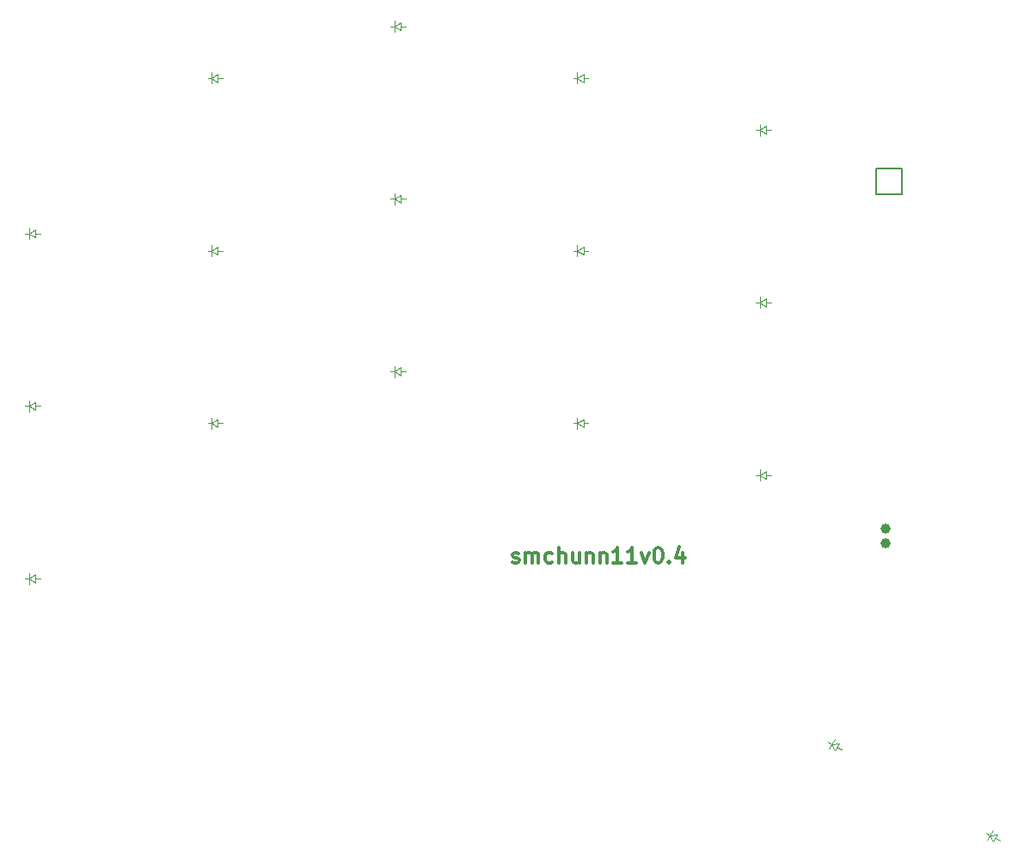
<source format=gbr>
%TF.GenerationSoftware,KiCad,Pcbnew,(6.0.6-1)-1*%
%TF.CreationDate,2023-03-28T00:01:58-05:00*%
%TF.ProjectId,smcboard,736d6362-6f61-4726-942e-6b696361645f,v1.0.0*%
%TF.SameCoordinates,Original*%
%TF.FileFunction,Legend,Top*%
%TF.FilePolarity,Positive*%
%FSLAX46Y46*%
G04 Gerber Fmt 4.6, Leading zero omitted, Abs format (unit mm)*
G04 Created by KiCad (PCBNEW (6.0.6-1)-1) date 2023-03-28 00:01:58*
%MOMM*%
%LPD*%
G01*
G04 APERTURE LIST*
%ADD10C,0.300000*%
%ADD11C,0.150000*%
%ADD12C,0.100000*%
%ADD13C,1.000000*%
G04 APERTURE END LIST*
D10*
X196535714Y-168357142D02*
X196678571Y-168428571D01*
X196964285Y-168428571D01*
X197107142Y-168357142D01*
X197178571Y-168214285D01*
X197178571Y-168142857D01*
X197107142Y-168000000D01*
X196964285Y-167928571D01*
X196750000Y-167928571D01*
X196607142Y-167857142D01*
X196535714Y-167714285D01*
X196535714Y-167642857D01*
X196607142Y-167500000D01*
X196750000Y-167428571D01*
X196964285Y-167428571D01*
X197107142Y-167500000D01*
X197821428Y-168428571D02*
X197821428Y-167428571D01*
X197821428Y-167571428D02*
X197892857Y-167500000D01*
X198035714Y-167428571D01*
X198250000Y-167428571D01*
X198392857Y-167500000D01*
X198464285Y-167642857D01*
X198464285Y-168428571D01*
X198464285Y-167642857D02*
X198535714Y-167500000D01*
X198678571Y-167428571D01*
X198892857Y-167428571D01*
X199035714Y-167500000D01*
X199107142Y-167642857D01*
X199107142Y-168428571D01*
X200464285Y-168357142D02*
X200321428Y-168428571D01*
X200035714Y-168428571D01*
X199892857Y-168357142D01*
X199821428Y-168285714D01*
X199750000Y-168142857D01*
X199750000Y-167714285D01*
X199821428Y-167571428D01*
X199892857Y-167500000D01*
X200035714Y-167428571D01*
X200321428Y-167428571D01*
X200464285Y-167500000D01*
X201107142Y-168428571D02*
X201107142Y-166928571D01*
X201750000Y-168428571D02*
X201750000Y-167642857D01*
X201678571Y-167500000D01*
X201535714Y-167428571D01*
X201321428Y-167428571D01*
X201178571Y-167500000D01*
X201107142Y-167571428D01*
X203107142Y-167428571D02*
X203107142Y-168428571D01*
X202464285Y-167428571D02*
X202464285Y-168214285D01*
X202535714Y-168357142D01*
X202678571Y-168428571D01*
X202892857Y-168428571D01*
X203035714Y-168357142D01*
X203107142Y-168285714D01*
X203821428Y-167428571D02*
X203821428Y-168428571D01*
X203821428Y-167571428D02*
X203892857Y-167500000D01*
X204035714Y-167428571D01*
X204250000Y-167428571D01*
X204392857Y-167500000D01*
X204464285Y-167642857D01*
X204464285Y-168428571D01*
X205178571Y-167428571D02*
X205178571Y-168428571D01*
X205178571Y-167571428D02*
X205250000Y-167500000D01*
X205392857Y-167428571D01*
X205607142Y-167428571D01*
X205750000Y-167500000D01*
X205821428Y-167642857D01*
X205821428Y-168428571D01*
X207321428Y-168428571D02*
X206464285Y-168428571D01*
X206892857Y-168428571D02*
X206892857Y-166928571D01*
X206750000Y-167142857D01*
X206607142Y-167285714D01*
X206464285Y-167357142D01*
X208750000Y-168428571D02*
X207892857Y-168428571D01*
X208321428Y-168428571D02*
X208321428Y-166928571D01*
X208178571Y-167142857D01*
X208035714Y-167285714D01*
X207892857Y-167357142D01*
X209250000Y-167428571D02*
X209607142Y-168428571D01*
X209964285Y-167428571D01*
X210821428Y-166928571D02*
X210964285Y-166928571D01*
X211107142Y-167000000D01*
X211178571Y-167071428D01*
X211250000Y-167214285D01*
X211321428Y-167500000D01*
X211321428Y-167857142D01*
X211250000Y-168142857D01*
X211178571Y-168285714D01*
X211107142Y-168357142D01*
X210964285Y-168428571D01*
X210821428Y-168428571D01*
X210678571Y-168357142D01*
X210607142Y-168285714D01*
X210535714Y-168142857D01*
X210464285Y-167857142D01*
X210464285Y-167500000D01*
X210535714Y-167214285D01*
X210607142Y-167071428D01*
X210678571Y-167000000D01*
X210821428Y-166928571D01*
X211964285Y-168285714D02*
X212035714Y-168357142D01*
X211964285Y-168428571D01*
X211892857Y-168357142D01*
X211964285Y-168285714D01*
X211964285Y-168428571D01*
X213321428Y-167428571D02*
X213321428Y-168428571D01*
X212964285Y-166857142D02*
X212607142Y-167928571D01*
X213535714Y-167928571D01*
D11*
%TO.C,MCU1*%
%TO.C,*%
%TO.C,MCU1*%
X234925000Y-129560000D02*
X234925000Y-132100000D01*
X234925000Y-129560000D02*
X232385000Y-129560000D01*
X234925000Y-132100000D02*
X232385000Y-132100000D01*
X232385000Y-132100000D02*
X232385000Y-129560000D01*
D12*
%TO.C,D1*%
X149525000Y-170000000D02*
X150025000Y-170000000D01*
X149525000Y-170400000D02*
X148925000Y-170000000D01*
X149525000Y-169600000D02*
X149525000Y-170400000D01*
X148925000Y-170000000D02*
X149525000Y-169600000D01*
X148925000Y-170000000D02*
X148925000Y-170550000D01*
X148925000Y-170000000D02*
X148925000Y-169450000D01*
X148525000Y-170000000D02*
X148925000Y-170000000D01*
%TO.C,D2*%
X149525000Y-153000000D02*
X150025000Y-153000000D01*
X149525000Y-153400000D02*
X148925000Y-153000000D01*
X149525000Y-152600000D02*
X149525000Y-153400000D01*
X148925000Y-153000000D02*
X149525000Y-152600000D01*
X148925000Y-153000000D02*
X148925000Y-153550000D01*
X148925000Y-153000000D02*
X148925000Y-152450000D01*
X148525000Y-153000000D02*
X148925000Y-153000000D01*
%TO.C,D3*%
X149525000Y-136000000D02*
X150025000Y-136000000D01*
X149525000Y-136400000D02*
X148925000Y-136000000D01*
X149525000Y-135600000D02*
X149525000Y-136400000D01*
X148925000Y-136000000D02*
X149525000Y-135600000D01*
X148925000Y-136000000D02*
X148925000Y-136550000D01*
X148925000Y-136000000D02*
X148925000Y-135450000D01*
X148525000Y-136000000D02*
X148925000Y-136000000D01*
%TO.C,D4*%
X167525000Y-154700000D02*
X168025000Y-154700000D01*
X167525000Y-155100000D02*
X166925000Y-154700000D01*
X167525000Y-154300000D02*
X167525000Y-155100000D01*
X166925000Y-154700000D02*
X167525000Y-154300000D01*
X166925000Y-154700000D02*
X166925000Y-155250000D01*
X166925000Y-154700000D02*
X166925000Y-154150000D01*
X166525000Y-154700000D02*
X166925000Y-154700000D01*
%TO.C,D5*%
X167525000Y-137700000D02*
X168025000Y-137700000D01*
X167525000Y-138100000D02*
X166925000Y-137700000D01*
X167525000Y-137300000D02*
X167525000Y-138100000D01*
X166925000Y-137700000D02*
X167525000Y-137300000D01*
X166925000Y-137700000D02*
X166925000Y-138250000D01*
X166925000Y-137700000D02*
X166925000Y-137150000D01*
X166525000Y-137700000D02*
X166925000Y-137700000D01*
%TO.C,D6*%
X167525000Y-120700000D02*
X168025000Y-120700000D01*
X167525000Y-121100000D02*
X166925000Y-120700000D01*
X167525000Y-120300000D02*
X167525000Y-121100000D01*
X166925000Y-120700000D02*
X167525000Y-120300000D01*
X166925000Y-120700000D02*
X166925000Y-121250000D01*
X166925000Y-120700000D02*
X166925000Y-120150000D01*
X166525000Y-120700000D02*
X166925000Y-120700000D01*
%TO.C,D7*%
X185525000Y-149600000D02*
X186025000Y-149600000D01*
X185525000Y-150000000D02*
X184925000Y-149600000D01*
X185525000Y-149200000D02*
X185525000Y-150000000D01*
X184925000Y-149600000D02*
X185525000Y-149200000D01*
X184925000Y-149600000D02*
X184925000Y-150150000D01*
X184925000Y-149600000D02*
X184925000Y-149050000D01*
X184525000Y-149600000D02*
X184925000Y-149600000D01*
%TO.C,D8*%
X185525000Y-132600000D02*
X186025000Y-132600000D01*
X185525000Y-133000000D02*
X184925000Y-132600000D01*
X185525000Y-132200000D02*
X185525000Y-133000000D01*
X184925000Y-132600000D02*
X185525000Y-132200000D01*
X184925000Y-132600000D02*
X184925000Y-133150000D01*
X184925000Y-132600000D02*
X184925000Y-132050000D01*
X184525000Y-132600000D02*
X184925000Y-132600000D01*
%TO.C,D9*%
X185525000Y-115600000D02*
X186025000Y-115600000D01*
X185525000Y-116000000D02*
X184925000Y-115600000D01*
X185525000Y-115200000D02*
X185525000Y-116000000D01*
X184925000Y-115600000D02*
X185525000Y-115200000D01*
X184925000Y-115600000D02*
X184925000Y-116150000D01*
X184925000Y-115600000D02*
X184925000Y-115050000D01*
X184525000Y-115600000D02*
X184925000Y-115600000D01*
%TO.C,D10*%
X203525000Y-154700000D02*
X204025000Y-154700000D01*
X203525000Y-155100000D02*
X202925000Y-154700000D01*
X203525000Y-154300000D02*
X203525000Y-155100000D01*
X202925000Y-154700000D02*
X203525000Y-154300000D01*
X202925000Y-154700000D02*
X202925000Y-155250000D01*
X202925000Y-154700000D02*
X202925000Y-154150000D01*
X202525000Y-154700000D02*
X202925000Y-154700000D01*
%TO.C,D11*%
X203525000Y-137700000D02*
X204025000Y-137700000D01*
X203525000Y-138100000D02*
X202925000Y-137700000D01*
X203525000Y-137300000D02*
X203525000Y-138100000D01*
X202925000Y-137700000D02*
X203525000Y-137300000D01*
X202925000Y-137700000D02*
X202925000Y-138250000D01*
X202925000Y-137700000D02*
X202925000Y-137150000D01*
X202525000Y-137700000D02*
X202925000Y-137700000D01*
%TO.C,D12*%
X203525000Y-120700000D02*
X204025000Y-120700000D01*
X203525000Y-121100000D02*
X202925000Y-120700000D01*
X203525000Y-120300000D02*
X203525000Y-121100000D01*
X202925000Y-120700000D02*
X203525000Y-120300000D01*
X202925000Y-120700000D02*
X202925000Y-121250000D01*
X202925000Y-120700000D02*
X202925000Y-120150000D01*
X202525000Y-120700000D02*
X202925000Y-120700000D01*
%TO.C,D13*%
X221525000Y-159800000D02*
X222025000Y-159800000D01*
X221525000Y-160200000D02*
X220925000Y-159800000D01*
X221525000Y-159400000D02*
X221525000Y-160200000D01*
X220925000Y-159800000D02*
X221525000Y-159400000D01*
X220925000Y-159800000D02*
X220925000Y-160350000D01*
X220925000Y-159800000D02*
X220925000Y-159250000D01*
X220525000Y-159800000D02*
X220925000Y-159800000D01*
%TO.C,D14*%
X221525000Y-142800000D02*
X222025000Y-142800000D01*
X221525000Y-143200000D02*
X220925000Y-142800000D01*
X221525000Y-142400000D02*
X221525000Y-143200000D01*
X220925000Y-142800000D02*
X221525000Y-142400000D01*
X220925000Y-142800000D02*
X220925000Y-143350000D01*
X220925000Y-142800000D02*
X220925000Y-142250000D01*
X220525000Y-142800000D02*
X220925000Y-142800000D01*
%TO.C,D15*%
X221525000Y-125800000D02*
X222025000Y-125800000D01*
X221525000Y-126200000D02*
X220925000Y-125800000D01*
X221525000Y-125400000D02*
X221525000Y-126200000D01*
X220925000Y-125800000D02*
X221525000Y-125400000D01*
X220925000Y-125800000D02*
X220925000Y-126350000D01*
X220925000Y-125800000D02*
X220925000Y-125250000D01*
X220525000Y-125800000D02*
X220925000Y-125800000D01*
%TO.C,D16*%
X228491506Y-186589102D02*
X228924519Y-186839102D01*
X228291506Y-186935512D02*
X227971891Y-186289102D01*
X228691506Y-186242692D02*
X228291506Y-186935512D01*
X227971891Y-186289102D02*
X228691506Y-186242692D01*
X227971891Y-186289102D02*
X227696891Y-186765416D01*
X227971891Y-186289102D02*
X228246891Y-185812788D01*
X227625481Y-186089102D02*
X227971891Y-186289102D01*
%TO.C,D17*%
X244079963Y-195589102D02*
X244512976Y-195839102D01*
X243879963Y-195935512D02*
X243560348Y-195289102D01*
X244279963Y-195242692D02*
X243879963Y-195935512D01*
X243560348Y-195289102D02*
X244279963Y-195242692D01*
X243560348Y-195289102D02*
X243285348Y-195765416D01*
X243560348Y-195289102D02*
X243835348Y-194812788D01*
X243213938Y-195089102D02*
X243560348Y-195289102D01*
%TD*%
D13*
%TO.C,*%
X233275000Y-165050000D03*
X233275000Y-166550000D03*
%TD*%
M02*

</source>
